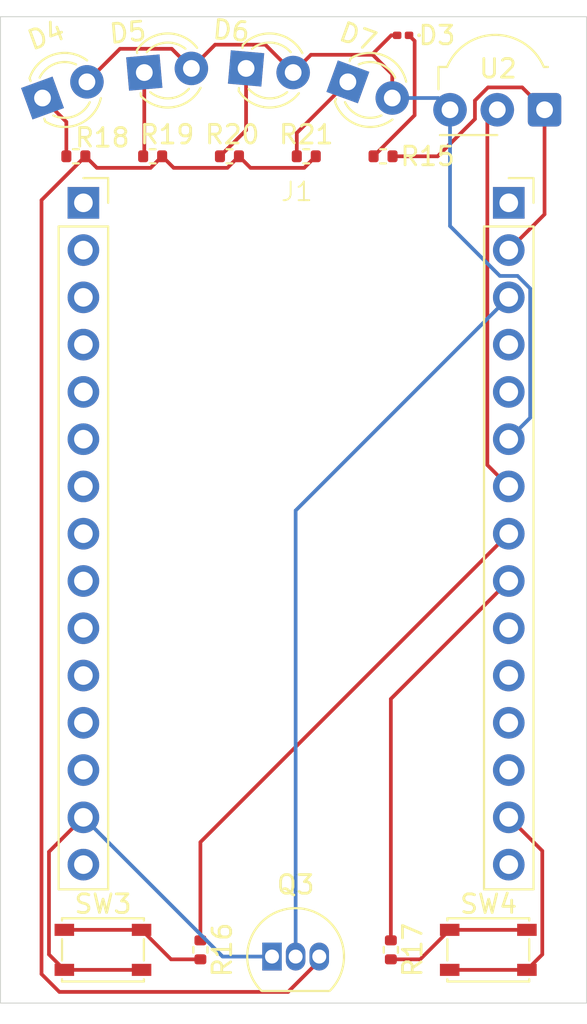
<source format=kicad_pcb>
(kicad_pcb (version 20241229) (generator "pcbnew") (generator_version "9.0")
  (layers (0 "F.Cu" signal) (2 "B.Cu" signal) (13 "F.Paste" user) (15 "B.Paste" user) (5 "F.SilkS" user "F.Silkscreen") (7 "B.SilkS" user "B.Silkscreen") (1 "F.Mask" user) (3 "B.Mask" user) (25 "Edge.Cuts" user))
  (net 0 "")
  (net 1 "GND")
  (net 2 "/VDD3V3")
  (net 3 "Net-(D3-K)")
  (net 4 "Net-(D4-K)")
  (net 5 "Net-(D5-K)")
  (net 6 "Net-(D6-K)")
  (net 7 "Net-(D7-K)")
  (net 8 "Net-(Q3-C)")
  (net 9 "Net-(R17-Pad2)")
  (net 10 "Net-(R16-Pad2)")
  (net 14 "/D1")
  (net 20 "/D6")
  (net 28 "/D2")
  (net 33 "/D5")
  (footprint "Resistor_SMD:R_0402_1005Metric" (layer "F.Cu") (at 145.349 73)
    (property "Reference" "R20" (at 0.151 -1.17 0) (layer "F.SilkS"))
    (property "Value" "R")
    (fp_line (start -0.153641 -0.38) (end 0.153641 -0.38) (stroke (width 0.12)) (layer "F.SilkS"))
    (fp_line (start -0.153641 0.38) (end 0.153641 0.38) (stroke (width 0.12)) (layer "F.SilkS"))
    (pad "1" smd roundrect (at -0.51 0) (size 0.54 0.64) (layers "F.Cu" "F.Mask" "F.Paste") (net 6 "Net-(D6-K)"))
    (pad "2" smd roundrect (at 0.51 0) (size 0.54 0.64) (layers "F.Cu" "F.Mask" "F.Paste") (net 8 "Net-(Q3-C)"))
  )
  (footprint "LED_THT:LED_D3.0mm" (layer "F.Cu") (at 146.2425 68.278624 -5)
    (property "Reference" "D6" (at -0.968973 -1.946405 175) (layer "F.SilkS"))
    (property "Value" "LED")
    (fp_line (start -0.29 1.08) (end -0.29 1.236) (stroke (width 0.12)) (layer "F.SilkS"))
    (fp_line (start -0.29 -1.236) (end -0.29 -1.08) (stroke (width 0.12)) (layer "F.SilkS"))
    (fp_arc (start -0.29 -1.235516) (mid 1.36566 -1.987699) (end 2.941437 -1.08) (stroke (width 0.12)) (layer "F.SilkS"))
    (fp_arc (start 0.229039 -1.08) (mid 1.27 -1.5) (end 2.310961 -1.08) (stroke (width 0.12)) (layer "F.SilkS"))
    (fp_arc (start 2.310961 1.08) (mid 1.27 1.5) (end 0.229039 1.08) (stroke (width 0.12)) (layer "F.SilkS"))
    (fp_arc (start 2.941437 1.08) (mid 1.36566 1.987699) (end -0.29 1.235516) (stroke (width 0.12)) (layer "F.SilkS"))
    (pad "1" thru_hole rect (at 0 0 355) (size 1.8 1.8) (drill 0.9) (layers "*.Cu" "*.Mask") (net 6 "Net-(D6-K)"))
    (pad "2" thru_hole circle (at 2.540001 0 355) (size 1.8 1.8) (drill 0.9) (layers "*.Cu" "*.Mask") (net 2 "/VDD3V3"))
  )
  (footprint "Package_TO_SOT_THT:TO-92_Inline" (layer "F.Cu") (at 147.635128 116)
    (property "Reference" "Q3" (at 1.27 -3.86 0) (layer "F.SilkS"))
    (property "Value" "S8050")
    (fp_line (start -0.53 1.85) (end 3.07 1.85) (stroke (width 0.12)) (layer "F.SilkS"))
    (fp_arc (start -0.568478 1.838478) (mid -1.132087 -0.994977) (end 1.27 -2.6) (stroke (width 0.12)) (layer "F.SilkS"))
    (fp_arc (start 1.27 -2.6) (mid 3.672087 -0.994977) (end 3.108478 1.838478) (stroke (width 0.12)) (layer "F.SilkS"))
    (pad "1" thru_hole rect (at 0 0) (size 1.05 1.5) (drill 0.75) (layers "*.Cu" "*.Mask") (net 1 "GND"))
    (pad "2" thru_hole oval (at 1.27 0) (size 1.05 1.5) (drill 0.75) (layers "*.Cu" "*.Mask") (net 28 "/D2"))
    (pad "3" thru_hole oval (at 2.54 0) (size 1.05 1.5) (drill 0.75) (layers "*.Cu" "*.Mask") (net 8 "Net-(Q3-C)"))
  )
  (footprint "Resistor_SMD:R_0402_1005Metric" (layer "F.Cu") (at 153.604 73)
    (property "Reference" "R15" (at 2.396 0 0) (layer "F.SilkS"))
    (property "Value" "R")
    (fp_line (start -0.153641 -0.38) (end 0.153641 -0.38) (stroke (width 0.12)) (layer "F.SilkS"))
    (fp_line (start -0.153641 0.38) (end 0.153641 0.38) (stroke (width 0.12)) (layer "F.SilkS"))
    (pad "1" smd roundrect (at -0.51 0) (size 0.54 0.64) (layers "F.Cu" "F.Mask" "F.Paste") (net 3 "Net-(D3-K)"))
    (pad "2" smd roundrect (at 0.51 0) (size 0.54 0.64) (layers "F.Cu" "F.Mask" "F.Paste") (net 14 "/D1"))
  )
  (footprint "Button_Switch_SMD:SW_SPST_PTS810" (layer "F.Cu") (at 138.550256 115.64)
    (property "Reference" "SW3" (at 0.004424 -2.462206 0) (layer "F.SilkS"))
    (property "Value" "SW_Push")
    (fp_line (start -2.2 -1.7) (end -2.2 -1.58) (stroke (width 0.12)) (layer "F.SilkS"))
    (fp_line (start -2.2 -0.57) (end -2.2 0.57) (stroke (width 0.12)) (layer "F.SilkS"))
    (fp_line (start -2.2 1.58) (end -2.2 1.7) (stroke (width 0.12)) (layer "F.SilkS"))
    (fp_line (start -2.2 1.7) (end 2.2 1.7) (stroke (width 0.12)) (layer "F.SilkS"))
    (fp_line (start 2.2 -1.7) (end -2.2 -1.7) (stroke (width 0.12)) (layer "F.SilkS"))
    (fp_line (start 2.2 -1.58) (end 2.2 -1.7) (stroke (width 0.12)) (layer "F.SilkS"))
    (fp_line (start 2.2 0.57) (end 2.2 -0.57) (stroke (width 0.12)) (layer "F.SilkS"))
    (fp_line (start 2.2 1.7) (end 2.2 1.58) (stroke (width 0.12)) (layer "F.SilkS"))
    (pad "1" smd rect (at -2.075 -1.075) (size 1.05 0.65) (layers "F.Cu" "F.Mask" "F.Paste") (net 10 "Net-(R16-Pad2)"))
    (pad "1" smd rect (at 2.075 -1.075) (size 1.05 0.65) (layers "F.Cu" "F.Mask" "F.Paste") (net 10 "Net-(R16-Pad2)"))
    (pad "2" smd rect (at -2.075 1.075) (size 1.05 0.65) (layers "F.Cu" "F.Mask" "F.Paste") (net 1 "GND"))
    (pad "2" smd rect (at 2.075 1.075) (size 1.05 0.65) (layers "F.Cu" "F.Mask" "F.Paste") (net 1 "GND"))
  )
  (footprint "Resistor_SMD:R_0402_1005Metric" (layer "F.Cu") (at 149.4765 73)
    (property "Reference" "R21" (at 0 -1.17 0) (layer "F.SilkS"))
    (property "Value" "R")
    (fp_line (start -0.153641 -0.38) (end 0.153641 -0.38) (stroke (width 0.12)) (layer "F.SilkS"))
    (fp_line (start -0.153641 0.38) (end 0.153641 0.38) (stroke (width 0.12)) (layer "F.SilkS"))
    (pad "1" smd roundrect (at -0.51 0) (size 0.54 0.64) (layers "F.Cu" "F.Mask" "F.Paste") (net 7 "Net-(D7-K)"))
    (pad "2" smd roundrect (at 0.51 0) (size 0.54 0.64) (layers "F.Cu" "F.Mask" "F.Paste") (net 8 "Net-(Q3-C)"))
  )
  (footprint "MyLib:esp8266_NodeMcu_DevKitV1" (layer "F.Cu") (at 135.7 73.7)
    (property "Reference" "J1" (at 13.27 1.2 0) (layer "F.SilkS") (effects (font (thickness 0.1))))
    (property "Value" "~")
    (fp_line (start 0.47 3.07) (end 0.47 38.69) (stroke (width 0.12)) (layer "F.SilkS"))
    (fp_line (start 0.47 3.07) (end 3.13 3.07) (stroke (width 0.12)) (layer "F.SilkS"))
    (fp_line (start 0.47 38.69) (end 3.13 38.69) (stroke (width 0.12)) (layer "F.SilkS"))
    (fp_line (start 1.8 0.47) (end 3.13 0.47) (stroke (width 0.12)) (layer "F.SilkS"))
    (fp_line (start 3.13 0.47) (end 3.13 1.8) (stroke (width 0.12)) (layer "F.SilkS"))
    (fp_line (start 3.13 3.07) (end 3.13 38.69) (stroke (width 0.12)) (layer "F.SilkS"))
    (fp_line (start 23.33 3.07) (end 23.33 38.69) (stroke (width 0.12)) (layer "F.SilkS"))
    (fp_line (start 23.33 3.07) (end 25.99 3.07) (stroke (width 0.12)) (layer "F.SilkS"))
    (fp_line (start 23.33 38.69) (end 25.99 38.69) (stroke (width 0.12)) (layer "F.SilkS"))
    (fp_line (start 24.66 0.47) (end 25.99 0.47) (stroke (width 0.12)) (layer "F.SilkS"))
    (fp_line (start 25.99 0.47) (end 25.99 1.8) (stroke (width 0.12)) (layer "F.SilkS"))
    (fp_line (start 25.99 3.07) (end 25.99 38.69) (stroke (width 0.12)) (layer "F.SilkS"))
    (pad "1" thru_hole rect (at 1.8 1.8) (size 1.7 1.7) (drill 1) (layers "*.Cu" "*.Mask"))
    (pad "2" thru_hole circle (at 1.8 4.34) (size 1.7 1.7) (drill 1) (layers "*.Cu" "*.Mask"))
    (pad "3" thru_hole circle (at 1.8 6.88) (size 1.7 1.7) (drill 1) (layers "*.Cu" "*.Mask"))
    (pad "4" thru_hole circle (at 1.8 9.42) (size 1.7 1.7) (drill 1) (layers "*.Cu" "*.Mask"))
    (pad "5" thru_hole circle (at 1.8 11.96) (size 1.7 1.7) (drill 1) (layers "*.Cu" "*.Mask"))
    (pad "6" thru_hole circle (at 1.8 14.5) (size 1.7 1.7) (drill 1) (layers "*.Cu" "*.Mask"))
    (pad "7" thru_hole circle (at 1.8 17.04) (size 1.7 1.7) (drill 1) (layers "*.Cu" "*.Mask"))
    (pad "8" thru_hole circle (at 1.8 19.58) (size 1.7 1.7) (drill 1) (layers "*.Cu" "*.Mask"))
    (pad "9" thru_hole circle (at 1.8 22.12) (size 1.7 1.7) (drill 1) (layers "*.Cu" "*.Mask"))
    (pad "10" thru_hole circle (at 1.8 24.66) (size 1.7 1.7) (drill 1) (layers "*.Cu" "*.Mask") (net 1 "GND"))
    (pad "10" thru_hole circle (at 1.8 34.82) (size 1.7 1.7) (drill 1) (layers "*.Cu" "*.Mask") (net 1 "GND"))
    (pad "10" thru_hole circle (at 24.66 17.04) (size 1.7 1.7) (drill 1) (layers "*.Cu" "*.Mask") (net 1 "GND"))
    (pad "10" thru_hole circle (at 24.66 34.82) (size 1.7 1.7) (drill 1) (layers "*.Cu" "*.Mask") (net 1 "GND"))
    (pad "11" thru_hole circle (at 1.8 27.2) (size 1.7 1.7) (drill 1) (layers "*.Cu" "*.Mask") (net 2 "/VDD3V3"))
    (pad "11" thru_hole circle (at 24.66 14.5) (size 1.7 1.7) (drill 1) (layers "*.Cu" "*.Mask") (net 2 "/VDD3V3"))
    (pad "11" thru_hole circle (at 24.66 37.36) (size 1.7 1.7) (drill 1) (layers "*.Cu" "*.Mask") (net 2 "/VDD3V3"))
    (pad "12" thru_hole circle (at 1.8 29.74) (size 1.7 1.7) (drill 1) (layers "*.Cu" "*.Mask"))
    (pad "13" thru_hole circle (at 1.8 32.28) (size 1.7 1.7) (drill 1) (layers "*.Cu" "*.Mask"))
    (pad "15" thru_hole circle (at 1.8 37.36) (size 1.7 1.7) (drill 1) (layers "*.Cu" "*.Mask"))
    (pad "16" thru_hole rect (at 24.66 1.8) (size 1.7 1.7) (drill 1) (layers "*.Cu" "*.Mask"))
    (pad "17" thru_hole circle (at 24.66 4.34) (size 1.7 1.7) (drill 1) (layers "*.Cu" "*.Mask") (net 14 "/D1"))
    (pad "18" thru_hole circle (at 24.66 6.88) (size 1.7 1.7) (drill 1) (layers "*.Cu" "*.Mask") (net 28 "/D2"))
    (pad "19" thru_hole circle (at 24.66 9.42) (size 1.7 1.7) (drill 1) (layers "*.Cu" "*.Mask"))
    (pad "20" thru_hole circle (at 24.66 11.96) (size 1.7 1.7) (drill 1) (layers "*.Cu" "*.Mask"))
    (pad "23" thru_hole circle (at 24.66 19.58) (size 1.7 1.7) (drill 1) (layers "*.Cu" "*.Mask") (net 33 "/D5"))
    (pad "24" thru_hole circle (at 24.66 22.12) (size 1.7 1.7) (drill 1) (layers "*.Cu" "*.Mask") (net 20 "/D6"))
    (pad "25" thru_hole circle (at 24.66 24.66) (size 1.7 1.7) (drill 1) (layers "*.Cu" "*.Mask"))
    (pad "26" thru_hole circle (at 24.66 27.2) (size 1.7 1.7) (drill 1) (layers "*.Cu" "*.Mask"))
    (pad "27" thru_hole circle (at 24.66 29.74) (size 1.7 1.7) (drill 1) (layers "*.Cu" "*.Mask"))
    (pad "28" thru_hole circle (at 24.66 32.28) (size 1.7 1.7) (drill 1) (layers "*.Cu" "*.Mask"))
  )
  (footprint "LED_THT:LED_D3.0mm" (layer "F.Cu") (at 140.7725 68.5 5)
    (property "Reference" "D5" (at -0.693725 -2.222613 5) (layer "F.SilkS"))
    (property "Value" "LED")
    (fp_line (start -0.29 -1.236) (end -0.29 -1.08) (stroke (width 0.12)) (layer "F.SilkS"))
    (fp_line (start -0.29 1.08) (end -0.29 1.236) (stroke (width 0.12)) (layer "F.SilkS"))
    (fp_arc (start -0.29 -1.235516) (mid 1.36566 -1.987699) (end 2.941437 -1.08) (stroke (width 0.12)) (layer "F.SilkS"))
    (fp_arc (start 0.229039 -1.08) (mid 1.27 -1.5) (end 2.310961 -1.08) (stroke (width 0.12)) (layer "F.SilkS"))
    (fp_arc (start 2.310961 1.08) (mid 1.27 1.5) (end 0.229039 1.08) (stroke (width 0.12)) (layer "F.SilkS"))
    (fp_arc (start 2.941437 1.08) (mid 1.36566 1.987699) (end -0.29 1.235516) (stroke (width 0.12)) (layer "F.SilkS"))
    (pad "1" thru_hole rect (at 0 0 5) (size 1.8 1.8) (drill 0.9) (layers "*.Cu" "*.Mask") (net 5 "Net-(D5-K)"))
    (pad "2" thru_hole circle (at 2.540001 0 5) (size 1.8 1.8) (drill 0.9) (layers "*.Cu" "*.Mask") (net 2 "/VDD3V3"))
  )
  (footprint "Resistor_SMD:R_0402_1005Metric" (layer "F.Cu") (at 154.022564 115.64 -90)
    (property "Reference" "R17" (at 0 -1.17 90) (layer "F.SilkS"))
    (property "Value" "R")
    (fp_line (start -0.153641 0.38) (end 0.153641 0.38) (stroke (width 0.12)) (layer "F.SilkS"))
    (fp_line (start -0.153641 -0.38) (end 0.153641 -0.38) (stroke (width 0.12)) (layer "F.SilkS"))
    (pad "1" smd roundrect (at -0.51 0 270) (size 0.54 0.64) (layers "F.Cu" "F.Mask" "F.Paste") (net 20 "/D6"))
    (pad "2" smd roundrect (at 0.51 0 270) (size 0.54 0.64) (layers "F.Cu" "F.Mask" "F.Paste") (net 9 "Net-(R17-Pad2)"))
  )
  (footprint "LED_THT:LED_D3.0mm" (layer "F.Cu") (at 135.3025 69.868731 20)
    (property "Reference" "D4" (at 1.337763 -3.098023 20) (layer "F.SilkS"))
    (property "Value" "LED")
    (fp_line (start -0.29 -1.236) (end -0.29 -1.08) (stroke (width 0.12)) (layer "F.SilkS"))
    (fp_line (start -0.29 1.08) (end -0.29 1.236) (stroke (width 0.12)) (layer "F.SilkS"))
    (fp_arc (start -0.29 -1.235516) (mid 1.36566 -1.987699) (end 2.941437 -1.08) (stroke (width 0.12)) (layer "F.SilkS"))
    (fp_arc (start 0.229039 -1.08) (mid 1.27 -1.500001) (end 2.310961 -1.08) (stroke (width 0.12)) (layer "F.SilkS"))
    (fp_arc (start 2.310961 1.08) (mid 1.27 1.5) (end 0.229039 1.08) (stroke (width 0.12)) (layer "F.SilkS"))
    (fp_arc (start 2.941437 1.08) (mid 1.36566 1.987699) (end -0.29 1.235516) (stroke (width 0.12)) (layer "F.SilkS"))
    (pad "1" thru_hole rect (at 0 0 20) (size 1.8 1.8) (drill 0.9) (layers "*.Cu" "*.Mask") (net 4 "Net-(D4-K)"))
    (pad "2" thru_hole circle (at 2.54 0 20) (size 1.8 1.8) (drill 0.9) (layers "*.Cu" "*.Mask") (net 2 "/VDD3V3"))
  )
  (footprint "OptoDevice:Vishay_MOLD-3Pin" (layer "F.Cu") (at 162.2825 70.5 180)
    (property "Reference" "U2" (at 2.5 2.21 0) (layer "F.SilkS"))
    (property "Value" "TSDP343xx")
    (fp_line (start 5.7 2.3) (end 5.7 1.1) (stroke (width 0.12)) (layer "F.SilkS"))
    (fp_line (start 5.7 2.3) (end 5.24 2.3) (stroke (width 0.12)) (layer "F.SilkS"))
    (fp_line (start 5.62 -1.36) (end 2.54 -1.36) (stroke (width 0.12)) (layer "F.SilkS"))
    (fp_line (start 0.04 2.3) (end -0.18 2.3) (stroke (width 0.12)) (layer "F.SilkS"))
    (fp_arc (start 5.24 2.3) (mid 2.64 4.023119) (end 0.04 2.3) (stroke (width 0.12)) (layer "F.SilkS"))
    (pad "1" thru_hole roundrect (at 0 0 180) (size 1.8 1.8) (drill 0.9) (layers "*.Cu" "*.Mask") (roundrect_rratio 0.138) (net 14 "/D1"))
    (pad "2" thru_hole circle (at 2.54 0 180) (size 1.8 1.8) (drill 0.9) (layers "*.Cu" "*.Mask") (net 1 "GND"))
    (pad "3" thru_hole circle (at 5.08 0 180) (size 1.8 1.8) (drill 0.9) (layers "*.Cu" "*.Mask") (net 2 "/VDD3V3"))
  )
  (footprint "LED_THT:LED_D3.0mm" (layer "F.Cu") (at 151.7125 69 -20)
    (property "Reference" "D7" (at -0.308662 -2.459503 160) (layer "F.SilkS"))
    (property "Value" "LED")
    (fp_line (start -0.29 1.08) (end -0.29 1.236) (stroke (width 0.12)) (layer "F.SilkS"))
    (fp_line (start -0.29 -1.236) (end -0.29 -1.08) (stroke (width 0.12)) (layer "F.SilkS"))
    (fp_arc (start -0.29 -1.235516) (mid 1.36566 -1.987699) (end 2.941437 -1.08) (stroke (width 0.12)) (layer "F.SilkS"))
    (fp_arc (start 0.229039 -1.08) (mid 1.27 -1.5) (end 2.310961 -1.08) (stroke (width 0.12)) (layer "F.SilkS"))
    (fp_arc (start 2.310961 1.08) (mid 1.27 1.500001) (end 0.229039 1.08) (stroke (width 0.12)) (layer "F.SilkS"))
    (fp_arc (start 2.941437 1.08) (mid 1.36566 1.987699) (end -0.29 1.235516) (stroke (width 0.12)) (layer "F.SilkS"))
    (pad "1" thru_hole rect (at 0 0 340) (size 1.8 1.8) (drill 0.9) (layers "*.Cu" "*.Mask") (net 7 "Net-(D7-K)"))
    (pad "2" thru_hole circle (at 2.54 0 340) (size 1.8 1.8) (drill 0.9) (layers "*.Cu" "*.Mask") (net 2 "/VDD3V3"))
  )
  (footprint "LED_SMD:LED_0201_0603Metric" (layer "F.Cu") (at 154.68 66.5 180)
    (property "Reference" "D3" (at -1.82 0 0) (layer "F.SilkS"))
    (property "Value" "LED")
    (fp_circle (center -0.86 0) (end -0.81 0) (stroke (width 0.1)) (fill no) (layer "F.SilkS"))
    (pad "1" smd roundrect (at -0.32 0 180) (size 0.46 0.4) (layers "F.Cu" "F.Mask") (net 3 "Net-(D3-K)"))
    (pad "2" smd roundrect (at 0.32 0 180) (size 0.46 0.4) (layers "F.Cu" "F.Mask") (net 2 "/VDD3V3"))
  )
  (footprint "Button_Switch_SMD:SW_SPST_PTS810" (layer "F.Cu") (at 159.26 115.64)
    (property "Reference" "SW4" (at 0.018474 -2.462206 0) (layer "F.SilkS"))
    (property "Value" "SW_Push")
    (fp_line (start -2.2 -1.7) (end -2.2 -1.58) (stroke (width 0.12)) (layer "F.SilkS"))
    (fp_line (start -2.2 -0.57) (end -2.2 0.57) (stroke (width 0.12)) (layer "F.SilkS"))
    (fp_line (start -2.2 1.58) (end -2.2 1.7) (stroke (width 0.12)) (layer "F.SilkS"))
    (fp_line (start -2.2 1.7) (end 2.2 1.7) (stroke (width 0.12)) (layer "F.SilkS"))
    (fp_line (start 2.2 -1.7) (end -2.2 -1.7) (stroke (width 0.12)) (layer "F.SilkS"))
    (fp_line (start 2.2 -1.58) (end 2.2 -1.7) (stroke (width 0.12)) (layer "F.SilkS"))
    (fp_line (start 2.2 0.57) (end 2.2 -0.57) (stroke (width 0.12)) (layer "F.SilkS"))
    (fp_line (start 2.2 1.7) (end 2.2 1.58) (stroke (width 0.12)) (layer "F.SilkS"))
    (pad "1" smd rect (at -2.075 -1.075) (size 1.05 0.65) (layers "F.Cu" "F.Mask" "F.Paste") (net 9 "Net-(R17-Pad2)"))
    (pad "1" smd rect (at 2.075 -1.075) (size 1.05 0.65) (layers "F.Cu" "F.Mask" "F.Paste") (net 9 "Net-(R17-Pad2)"))
    (pad "2" smd rect (at -2.075 1.075) (size 1.05 0.65) (layers "F.Cu" "F.Mask" "F.Paste") (net 1 "GND"))
    (pad "2" smd rect (at 2.075 1.075) (size 1.05 0.65) (layers "F.Cu" "F.Mask" "F.Paste") (net 1 "GND"))
  )
  (footprint "Resistor_SMD:R_0402_1005Metric" (layer "F.Cu") (at 141.2215 73)
    (property "Reference" "R19" (at 0.7785 -1.17 0) (layer "F.SilkS"))
    (property "Value" "R")
    (fp_line (start -0.153641 -0.38) (end 0.153641 -0.38) (stroke (width 0.12)) (layer "F.SilkS"))
    (fp_line (start -0.153641 0.38) (end 0.153641 0.38) (stroke (width 0.12)) (layer "F.SilkS"))
    (pad "1" smd roundrect (at -0.51 0) (size 0.54 0.64) (layers "F.Cu" "F.Mask" "F.Paste") (net 5 "Net-(D5-K)"))
    (pad "2" smd roundrect (at 0.51 0) (size 0.54 0.64) (layers "F.Cu" "F.Mask" "F.Paste") (net 8 "Net-(Q3-C)"))
  )
  (footprint "Resistor_SMD:R_0402_1005Metric" (layer "F.Cu") (at 143.787692 115.64 -90)
    (property "Reference" "R16" (at 0 -1.17 90) (layer "F.SilkS"))
    (property "Value" "R")
    (fp_line (start -0.153641 0.38) (end 0.153641 0.38) (stroke (width 0.12)) (layer "F.SilkS"))
    (fp_line (start -0.153641 -0.38) (end 0.153641 -0.38) (stroke (width 0.12)) (layer "F.SilkS"))
    (pad "1" smd roundrect (at -0.51 0 270) (size 0.54 0.64) (layers "F.Cu" "F.Mask" "F.Paste") (net 33 "/D5"))
    (pad "2" smd roundrect (at 0.51 0 270) (size 0.54 0.64) (layers "F.Cu" "F.Mask" "F.Paste") (net 10 "Net-(R16-Pad2)"))
  )
  (footprint "Resistor_SMD:R_0402_1005Metric" (layer "F.Cu") (at 137.094 73)
    (property "Reference" "R18" (at 1.424876 -1.000468 0) (layer "F.SilkS"))
    (property "Value" "R")
    (fp_line (start -0.153641 -0.38) (end 0.153641 -0.38) (stroke (width 0.12)) (layer "F.SilkS"))
    (fp_line (start -0.153641 0.38) (end 0.153641 0.38) (stroke (width 0.12)) (layer "F.SilkS"))
    (pad "1" smd roundrect (at -0.51 0) (size 0.54 0.64) (layers "F.Cu" "F.Mask" "F.Paste") (net 4 "Net-(D4-K)"))
    (pad "2" smd roundrect (at 0.51 0) (size 0.54 0.64) (layers "F.Cu" "F.Mask" "F.Paste") (net 8 "Net-(Q3-C)"))
  )
  (gr_rect (start 133.0425 65.5) (end 164.5425 118.5) (stroke (width 0.05)) (fill no) (layer "Edge.Cuts"))
  (segment (start 159.209 89.589) (end 160.36 90.74) (width 0.2) (layer "F.Cu") (net 1))
  (segment (start 161.335 116.715) (end 162.161 115.889) (width 0.2) (layer "F.Cu") (net 1))
  (segment (start 135.649256 115.889) (end 135.649256 110.370744) (width 0.2) (layer "F.Cu") (net 1))
  (segment (start 136.475256 116.715) (end 140.625256 116.715) (width 0.2) (layer "F.Cu") (net 1))
  (segment (start 159.7425 70.5) (end 159.209 71.0335) (width 0.2) (layer "F.Cu") (net 1))
  (segment (start 159.209 71.0335) (end 159.209 89.589) (width 0.2) (layer "F.Cu") (net 1))
  (segment (start 162.161 110.321) (end 160.36 108.52) (width 0.2) (layer "F.Cu") (net 1))
  (segment (start 161.335 116.715) (end 157.185 116.715) (width 0.2) (layer "F.Cu") (net 1))
  (segment (start 135.649256 110.370744) (end 137.5 108.52) (width 0.2) (layer "F.Cu") (net 1))
  (segment (start 136.475256 116.715) (end 135.649256 115.889) (width 0.2) (layer "F.Cu") (net 1))
  (segment (start 162.161 115.889) (end 162.161 110.321) (width 0.2) (layer "F.Cu") (net 1))
  (segment (start 147.635128 116) (end 144.98 116) (width 0.2) (layer "B.Cu") (net 1))
  (segment (start 147.635128 116) (end 147.635128 116.225) (width 0.2) (layer "B.Cu") (net 1))
  (segment (start 144.98 116) (end 137.5 108.52) (width 0.2) (layer "B.Cu") (net 1))
  (segment (start 154.099319 68.595939) (end 154.099319 69.868731) (width 0.2) (layer "F.Cu") (net 2))
  (segment (start 139.465334 67.223985) (end 142.248196 67.223985) (width 0.2) (layer "F.Cu") (net 2))
  (segment (start 153 67.545459) (end 153.048839 67.545459) (width 0.2) (layer "F.Cu") (net 2))
  (segment (start 153.048839 67.545459) (end 154.099319 68.595939) (width 0.2) (layer "F.Cu") (net 2))
  (segment (start 143.302835 68.278624) (end 144.57885 67.002609) (width 0.2) (layer "F.Cu") (net 2))
  (segment (start 154.045459 66.5) (end 153 67.545459) (width 0.2) (layer "F.Cu") (net 2))
  (segment (start 148.772835 68.5) (end 149.727376 67.545459) (width 0.2) (layer "F.Cu") (net 2))
  (segment (start 154.36 66.5) (end 154.045459 66.5) (width 0.2) (layer "F.Cu") (net 2))
  (segment (start 147.275444 67.002609) (end 148.772835 68.5) (width 0.2) (layer "F.Cu") (net 2))
  (segment (start 144.57885 67.002609) (end 147.275444 67.002609) (width 0.2) (layer "F.Cu") (net 2))
  (segment (start 142.248196 67.223985) (end 143.302835 68.278624) (width 0.2) (layer "F.Cu") (net 2))
  (segment (start 149.727376 67.545459) (end 153 67.545459) (width 0.2) (layer "F.Cu") (net 2))
  (segment (start 137.689319 69) (end 139.465334 67.223985) (width 0.2) (layer "F.Cu") (net 2))
  (segment (start 161.511 80.10324) (end 161.511 87.049) (width 0.2) (layer "B.Cu") (net 2))
  (segment (start 157.2025 76.74826) (end 159.88324 79.429) (width 0.2) (layer "B.Cu") (net 2))
  (segment (start 156.571231 69.868731) (end 157.2025 70.5) (width 0.2) (layer "B.Cu") (net 2))
  (segment (start 160.83676 79.429) (end 161.511 80.10324) (width 0.2) (layer "B.Cu") (net 2))
  (segment (start 159.88324 79.429) (end 160.83676 79.429) (width 0.2) (layer "B.Cu") (net 2))
  (segment (start 157.2025 70.5) (end 157.2025 76.74826) (width 0.2) (layer "B.Cu") (net 2))
  (segment (start 161.511 87.049) (end 160.36 88.2) (width 0.2) (layer "B.Cu") (net 2))
  (segment (start 154.099319 69.868731) (end 156.571231 69.868731) (width 0.2) (layer "B.Cu") (net 2))
  (segment (start 155.300319 66.800319) (end 155.300319 70.793681) (width 0.2) (layer "F.Cu") (net 3))
  (segment (start 155 66.5) (end 155.300319 66.800319) (width 0.2) (layer "F.Cu") (net 3))
  (segment (start 155.300319 70.793681) (end 153.094 73) (width 0.2) (layer "F.Cu") (net 3))
  (segment (start 135.3025 69.868731) (end 136.584 71.150231) (width 0.2) (layer "F.Cu") (net 4))
  (segment (start 136.584 71.150231) (end 136.584 73) (width 0.2) (layer "F.Cu") (net 4))
  (segment (start 140.7725 72.939) (end 140.7115 73) (width 0.2) (layer "F.Cu") (net 5))
  (segment (start 140.7725 68.5) (end 140.7725 72.939) (width 0.2) (layer "F.Cu") (net 5))
  (segment (start 146.2425 68.278624) (end 146.2425 71.5965) (width 0.2) (layer "F.Cu") (net 6))
  (segment (start 146.2425 71.5965) (end 144.839 73) (width 0.2) (layer "F.Cu") (net 6))
  (segment (start 148.9665 71.746) (end 148.9665 73) (width 0.2) (layer "F.Cu") (net 7))
  (segment (start 151.7125 69) (end 148.9665 71.746) (width 0.2) (layer "F.Cu") (net 7))
  (segment (start 136.207256 117.899) (end 148.501128 117.899) (width 0.2) (layer "F.Cu") (net 8))
  (segment (start 145.859 73) (end 146.48 73.621) (width 0.2) (layer "F.Cu") (net 8))
  (segment (start 142.3525 73.621) (end 145.238 73.621) (width 0.2) (layer "F.Cu") (net 8))
  (segment (start 149.3655 73.621) (end 149.9865 73) (width 0.2) (layer "F.Cu") (net 8))
  (segment (start 137.604 73) (end 135.248256 75.355744) (width 0.2) (layer "F.Cu") (net 8))
  (segment (start 146.48 73.621) (end 149.3655 73.621) (width 0.2) (layer "F.Cu") (net 8))
  (segment (start 150.175128 116) (end 150.175128 115.775) (width 0.2) (layer "F.Cu") (net 8))
  (segment (start 135.248256 75.355744) (end 135.248256 116.94) (width 0.2) (layer "F.Cu") (net 8))
  (segment (start 141.7315 73) (end 142.3525 73.621) (width 0.2) (layer "F.Cu") (net 8))
  (segment (start 150.175128 116.225) (end 150.175128 116) (width 0.2) (layer "F.Cu") (net 8))
  (segment (start 138.225 73.621) (end 141.1105 73.621) (width 0.2) (layer "F.Cu") (net 8))
  (segment (start 137.604 73) (end 138.225 73.621) (width 0.2) (layer "F.Cu") (net 8))
  (segment (start 135.248256 116.94) (end 136.207256 117.899) (width 0.2) (layer "F.Cu") (net 8))
  (segment (start 148.501128 117.899) (end 150.175128 116.225) (width 0.2) (layer "F.Cu") (net 8))
  (segment (start 141.1105 73.621) (end 141.7315 73) (width 0.2) (layer "F.Cu") (net 8))
  (segment (start 145.238 73.621) (end 145.859 73) (width 0.2) (layer "F.Cu") (net 8))
  (segment (start 154.022564 116.15) (end 155.6 116.15) (width 0.2) (layer "F.Cu") (net 9))
  (segment (start 157.185 114.565) (end 161.335 114.565) (width 0.2) (layer "F.Cu") (net 9))
  (segment (start 155.6 116.15) (end 157.185 114.565) (width 0.2) (layer "F.Cu") (net 9))
  (segment (start 140.625256 114.565) (end 136.475256 114.565) (width 0.2) (layer "F.Cu") (net 10))
  (segment (start 142.210256 116.15) (end 140.625256 114.565) (width 0.2) (layer "F.Cu") (net 10))
  (segment (start 143.787692 116.15) (end 142.210256 116.15) (width 0.2) (layer "F.Cu") (net 10))
  (segment (start 158.5415 70.002529) (end 159.245029 69.299) (width 0.2) (layer "F.Cu") (net 14))
  (segment (start 162.2825 70.5) (end 162.2825 76.1175) (width 0.2) (layer "F.Cu") (net 14))
  (segment (start 161.0815 69.299) (end 162.2825 70.5) (width 0.2) (layer "F.Cu") (net 14))
  (segment (start 154.114 73) (end 156.538971 73) (width 0.2) (layer "F.Cu") (net 14))
  (segment (start 159.245029 69.299) (end 161.0815 69.299) (width 0.2) (layer "F.Cu") (net 14))
  (segment (start 162.2825 76.1175) (end 160.36 78.04) (width 0.2) (layer "F.Cu") (net 14))
  (segment (start 158.5415 70.997471) (end 158.5415 70.002529) (width 0.2) (layer "F.Cu") (net 14))
  (segment (start 156.538971 73) (end 158.5415 70.997471) (width 0.2) (layer "F.Cu") (net 14))
  (segment (start 154.022564 102.157436) (end 160.36 95.82) (width 0.2) (layer "F.Cu") (net 20))
  (segment (start 154.022564 115.13) (end 154.022564 102.157436) (width 0.2) (layer "F.Cu") (net 20))
  (segment (start 148.905128 92.034872) (end 160.36 80.58) (width 0.2) (layer "B.Cu") (net 28))
  (segment (start 148.905128 116) (end 148.905128 92.034872) (width 0.2) (layer "B.Cu") (net 28))
  (segment (start 143.787692 115.13) (end 143.787692 109.852308) (width 0.2) (layer "F.Cu") (net 33))
  (segment (start 143.787692 109.852308) (end 160.36 93.28) (width 0.2) (layer "F.Cu") (net 33))
)
</source>
